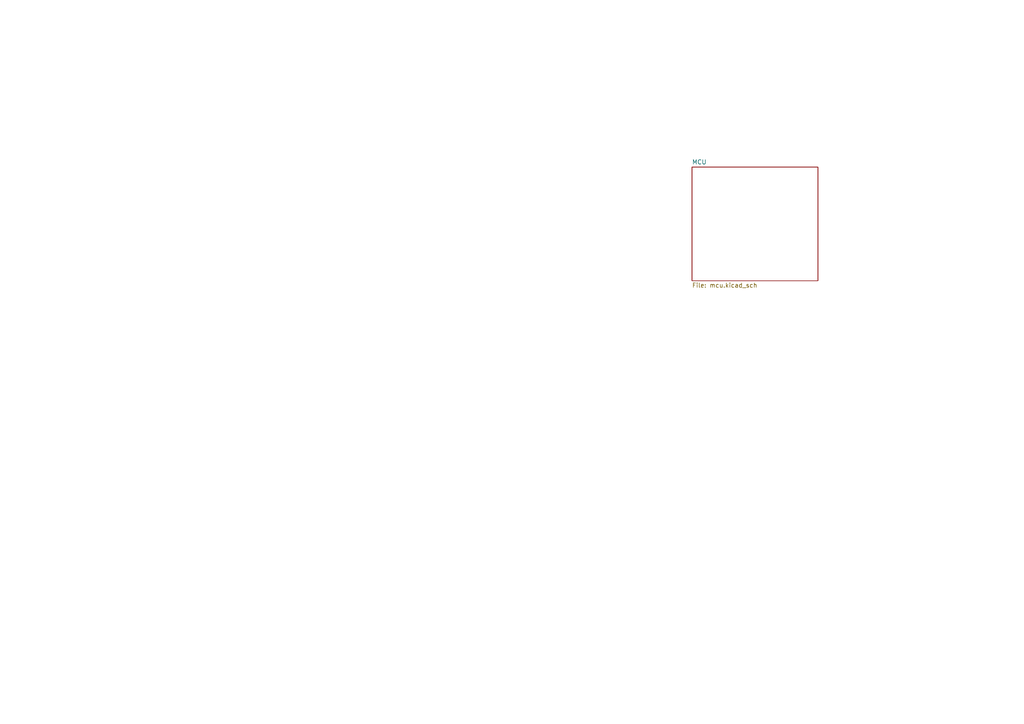
<source format=kicad_sch>
(kicad_sch (version 20211123) (generator eeschema)
  (paper "A4")
  (lib_symbols)
  (sheet (at 200.7108 48.4632) (size 36.5252 32.9692) (stroke (width 0.1524))
    (property "Sheet name" "MCU" (at 200.7108 47.7516 0) (effects (justify left bottom)))
    (property "Sheet file" "mcu.kicad_sch" (at 200.7108 82.017 0) (effects (justify left top)))
  )
)
</source>
